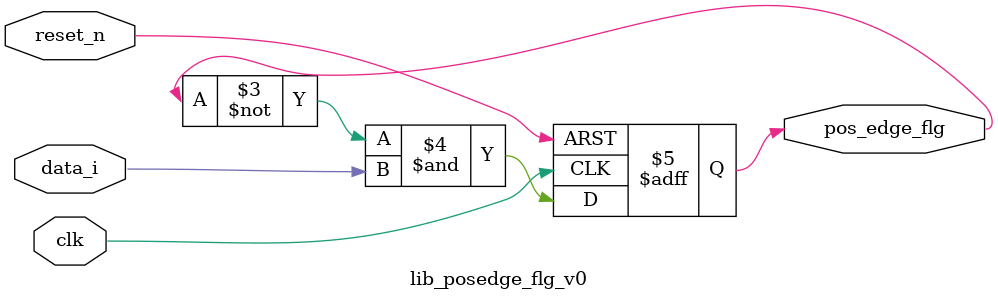
<source format=v>
`timescale 1ns/1ps

module lib_posedge_flg_v0 ( input      clk,
							input      reset_n,
							input	   data_i,
							output reg pos_edge_flg
							);

// posedge detector
always @(posedge clk or negedge reset_n)
if (!reset_n)
	pos_edge_flg <= 1'b0;
else
	pos_edge_flg <= ~pos_edge_flg & data_i;

endmodule 
</source>
